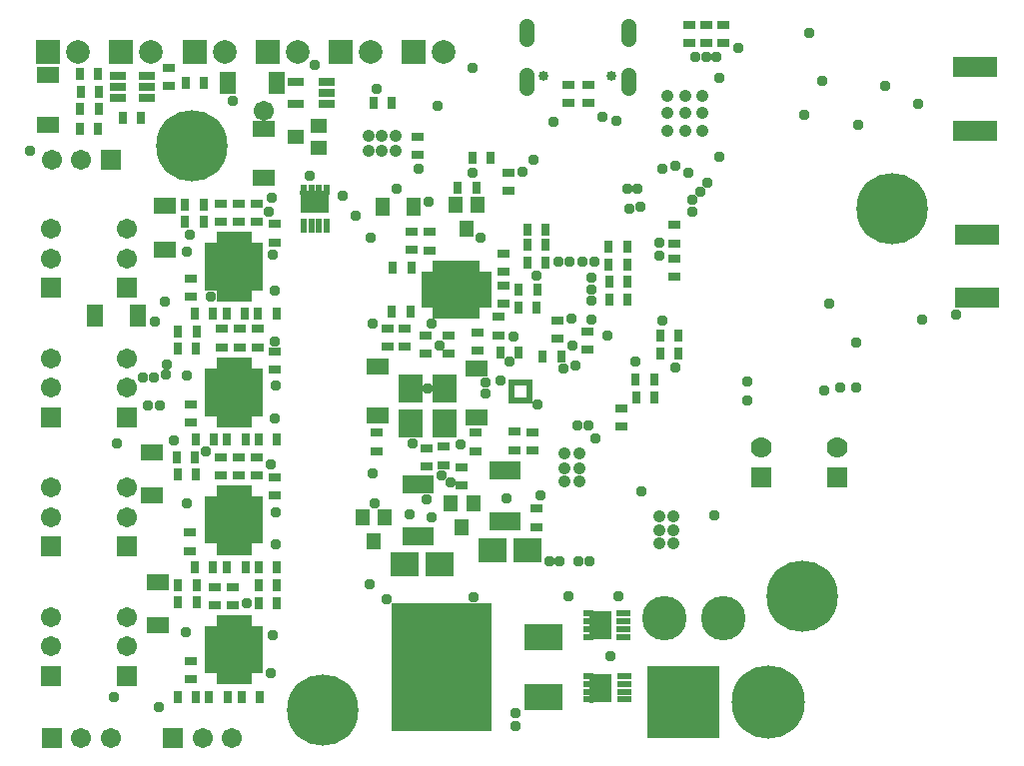
<source format=gbr>
G04 EAGLE Gerber RS-274X export*
G75*
%MOMM*%
%FSLAX34Y34*%
%LPD*%
%INSoldermask Bottom*%
%IPPOS*%
%AMOC8*
5,1,8,0,0,1.08239X$1,22.5*%
G01*
%ADD10R,3.253200X2.233200*%
%ADD11R,8.583200X10.863200*%
%ADD12R,0.553200X0.503200*%
%ADD13R,0.503200X0.553200*%
%ADD14R,1.711200X1.711200*%
%ADD15C,1.711200*%
%ADD16R,0.750000X1.100000*%
%ADD17R,2.353200X2.003200*%
%ADD18R,1.100000X0.750000*%
%ADD19R,1.300000X1.500000*%
%ADD20R,1.900000X1.400000*%
%ADD21R,1.400000X1.900000*%
%ADD22R,2.003200X2.353200*%
%ADD23R,0.503200X1.053200*%
%ADD24R,1.053200X0.503200*%
%ADD25R,3.853200X2.853200*%
%ADD26C,1.061200*%
%ADD27R,1.923200X1.323200*%
%ADD28R,1.323200X1.923200*%
%ADD29R,1.453200X0.803200*%
%ADD30R,0.653200X1.603200*%
%ADD31C,1.778200*%
%ADD32R,1.778200X1.778200*%
%ADD33R,2.003200X2.003200*%
%ADD34C,2.003200*%
%ADD35R,6.203200X6.203200*%
%ADD36C,6.203200*%
%ADD37R,0.608200X1.193200*%
%ADD38R,0.608200X0.713200*%
%ADD39R,2.438200X1.928200*%
%ADD40R,0.403200X0.453200*%
%ADD41R,1.203200X1.473200*%
%ADD42R,1.473200X1.203200*%
%ADD43R,1.193200X0.608200*%
%ADD44R,0.713200X0.608200*%
%ADD45R,1.928200X2.438200*%
%ADD46R,0.453200X0.403200*%
%ADD47R,2.853200X3.853200*%
%ADD48C,3.759200*%
%ADD49R,1.403200X0.753200*%
%ADD50R,3.703200X1.703200*%
%ADD51C,6.045200*%
%ADD52C,1.311200*%
%ADD53C,0.853200*%
%ADD54C,0.959600*%
%ADD55C,1.703200*%


D10*
X516960Y493600D03*
X516960Y442800D03*
D11*
X430800Y468200D03*
D12*
X505420Y709000D03*
X505420Y704000D03*
X505420Y699000D03*
X505420Y694000D03*
D13*
X500300Y694000D03*
X495300Y694000D03*
D12*
X490180Y694000D03*
X490180Y699000D03*
X490180Y704000D03*
X490180Y709000D03*
D13*
X495300Y709000D03*
X500300Y709000D03*
D14*
X100400Y408300D03*
D15*
X125400Y408300D03*
X150400Y408300D03*
D16*
X373050Y946400D03*
X388550Y946400D03*
X588050Y809700D03*
X572550Y809700D03*
D17*
X474350Y567300D03*
X503850Y567300D03*
D18*
X511100Y602550D03*
X511100Y587050D03*
X420900Y821550D03*
X420900Y837050D03*
D16*
X405150Y807000D03*
X389650Y807000D03*
D18*
X385000Y739750D03*
X385000Y755250D03*
X461000Y736650D03*
X461000Y752150D03*
X437000Y733550D03*
X437000Y749050D03*
X479000Y749450D03*
X479000Y764950D03*
X483000Y803350D03*
X483000Y818850D03*
X583500Y672250D03*
X583500Y687750D03*
D16*
X503250Y839300D03*
X518750Y839300D03*
X595350Y712000D03*
X610850Y712000D03*
X503250Y826300D03*
X518750Y826300D03*
X588150Y779700D03*
X572650Y779700D03*
X496150Y788300D03*
X511650Y788300D03*
X496050Y773300D03*
X511550Y773300D03*
D18*
X529300Y762050D03*
X529300Y746550D03*
D16*
X480450Y735100D03*
X495950Y735100D03*
X516650Y731700D03*
X532150Y731700D03*
X615950Y734300D03*
X631450Y734300D03*
D18*
X669600Y1012550D03*
X669600Y997050D03*
X655200Y1012550D03*
X655200Y997050D03*
X640800Y1012550D03*
X640800Y997050D03*
X487400Y887550D03*
X487400Y872050D03*
D16*
X139850Y970800D03*
X124350Y970800D03*
X139750Y924800D03*
X124250Y924800D03*
X175850Y933800D03*
X160350Y933800D03*
X214050Y963200D03*
X229550Y963200D03*
D19*
X380700Y858300D03*
X406700Y858300D03*
D18*
X554400Y736950D03*
X554400Y752450D03*
D16*
X275650Y537100D03*
X291150Y537100D03*
X503250Y811300D03*
X518750Y811300D03*
D18*
X253900Y520750D03*
X253900Y536250D03*
X218100Y473150D03*
X218100Y457650D03*
D20*
X190700Y540400D03*
X190700Y503400D03*
D16*
X207050Y443100D03*
X222550Y443100D03*
X261150Y443100D03*
X276650Y443100D03*
D18*
X273900Y630350D03*
X273900Y645850D03*
X258900Y630450D03*
X258900Y645950D03*
X217100Y582050D03*
X217100Y566550D03*
D20*
X185600Y650400D03*
X185600Y613400D03*
D16*
X588050Y824700D03*
X572550Y824700D03*
X221750Y553100D03*
X237250Y553100D03*
X275850Y553100D03*
X291350Y553100D03*
D18*
X274900Y739450D03*
X274900Y754950D03*
X259900Y739350D03*
X259900Y754850D03*
X218100Y690750D03*
X218100Y675250D03*
D21*
X136600Y766100D03*
X173600Y766100D03*
D16*
X222450Y661100D03*
X237950Y661100D03*
X275550Y661100D03*
X291050Y661100D03*
X588150Y794700D03*
X572650Y794700D03*
D18*
X273900Y845750D03*
X273900Y861250D03*
X258900Y845650D03*
X258900Y861150D03*
X218100Y797450D03*
X218100Y781950D03*
D20*
X196600Y859300D03*
X196600Y822300D03*
D16*
X221350Y768100D03*
X236850Y768100D03*
X275250Y768100D03*
X290750Y768100D03*
D22*
X404600Y674850D03*
X404600Y704350D03*
D18*
X448100Y637650D03*
X448100Y622150D03*
D17*
X399550Y555300D03*
X429050Y555300D03*
D22*
X433300Y674850D03*
X433300Y704350D03*
D23*
X460600Y768700D03*
X455600Y768700D03*
X450600Y768700D03*
X445600Y768700D03*
X440600Y768700D03*
X435600Y768700D03*
X430600Y768700D03*
X425600Y768700D03*
D24*
X418600Y775700D03*
X418600Y780700D03*
X418600Y785700D03*
X418600Y790700D03*
X418600Y795700D03*
X418600Y800700D03*
D23*
X425600Y807700D03*
X430600Y807700D03*
X435600Y807700D03*
X440600Y807700D03*
X445600Y807700D03*
X450600Y807700D03*
X455600Y807700D03*
X460600Y807700D03*
D24*
X467600Y800700D03*
X467600Y795700D03*
X467600Y790700D03*
X467600Y785700D03*
X467600Y780700D03*
X467600Y775700D03*
D25*
X443100Y788200D03*
D26*
X455100Y782200D03*
X455100Y794200D03*
X444100Y782200D03*
X444100Y794200D03*
X432100Y782200D03*
X432100Y794200D03*
D27*
X97200Y928250D03*
X97200Y969750D03*
X460200Y679950D03*
X460200Y721450D03*
X280300Y924650D03*
X280300Y883150D03*
D28*
X249350Y963800D03*
X290850Y963800D03*
D27*
X376200Y681050D03*
X376200Y722550D03*
D14*
X100000Y460700D03*
D15*
X100000Y485700D03*
X100000Y510700D03*
D14*
X164000Y460700D03*
D15*
X164000Y485700D03*
X164000Y510700D03*
D14*
X100000Y570400D03*
D15*
X100000Y595400D03*
X100000Y620400D03*
D14*
X164000Y570400D03*
D15*
X164000Y595400D03*
X164000Y620400D03*
D29*
X156300Y950400D03*
X156300Y959900D03*
X156300Y969400D03*
X181300Y969400D03*
X181300Y959900D03*
X181300Y950400D03*
D30*
X401150Y623300D03*
X407650Y623300D03*
X414150Y623300D03*
X420650Y623300D03*
X420650Y579300D03*
X414150Y579300D03*
X407650Y579300D03*
X401150Y579300D03*
X475150Y635300D03*
X481650Y635300D03*
X488150Y635300D03*
X494650Y635300D03*
X494650Y591300D03*
X488150Y591300D03*
X481650Y591300D03*
X475150Y591300D03*
D31*
X765850Y654000D03*
D32*
X765850Y629000D03*
D31*
X701850Y654000D03*
D32*
X701850Y629000D03*
D33*
X221300Y990000D03*
D34*
X246700Y990000D03*
D33*
X283300Y990000D03*
D34*
X308700Y990000D03*
D33*
X97300Y990000D03*
D34*
X122700Y990000D03*
D33*
X159300Y990000D03*
D34*
X184700Y990000D03*
D35*
X635300Y438200D03*
D36*
X707300Y438200D03*
D16*
X233850Y443000D03*
X249350Y443000D03*
X248950Y553000D03*
X264450Y553000D03*
X249050Y661000D03*
X264550Y661000D03*
X248350Y768000D03*
X263850Y768000D03*
D18*
X483000Y776250D03*
X483000Y791750D03*
D16*
X631650Y749000D03*
X616150Y749000D03*
D18*
X200000Y960550D03*
X200000Y976050D03*
D14*
X150500Y898000D03*
D15*
X125500Y898000D03*
X100500Y898000D03*
D37*
X333520Y842550D03*
X326920Y842550D03*
X320320Y842550D03*
X313720Y842550D03*
D38*
X313720Y873650D03*
X320320Y873650D03*
X326920Y873650D03*
X333520Y873650D03*
D39*
X323620Y862480D03*
D40*
X312640Y869850D03*
X334560Y869850D03*
D41*
X448100Y586900D03*
X457600Y606900D03*
X438600Y606900D03*
X373400Y575100D03*
X382900Y595100D03*
X363900Y595100D03*
X452100Y839900D03*
X461600Y859900D03*
X442600Y859900D03*
D42*
X306900Y917600D03*
X326900Y908100D03*
X326900Y927100D03*
D43*
X585350Y460520D03*
X585350Y453920D03*
X585350Y447320D03*
X585350Y440720D03*
D44*
X554250Y440720D03*
X554250Y447320D03*
X554250Y453920D03*
X554250Y460520D03*
D45*
X565420Y450620D03*
D46*
X558050Y439640D03*
X558050Y461560D03*
D43*
X585250Y513520D03*
X585250Y506920D03*
X585250Y500320D03*
X585250Y493720D03*
D44*
X554150Y493720D03*
X554150Y500320D03*
X554150Y506920D03*
X554150Y513520D03*
D45*
X565320Y503620D03*
D46*
X557950Y492640D03*
X557950Y514560D03*
D16*
X140350Y955600D03*
X124850Y955600D03*
X456650Y899900D03*
X472150Y899900D03*
X139950Y941100D03*
X124450Y941100D03*
X611050Y697100D03*
X595550Y697100D03*
D18*
X410400Y917850D03*
X410400Y902350D03*
X238900Y536150D03*
X238900Y520650D03*
D16*
X291450Y522600D03*
X275950Y522600D03*
X223050Y522800D03*
X207550Y522800D03*
X207550Y537800D03*
X223050Y537800D03*
D18*
X243900Y645750D03*
X243900Y630250D03*
X289400Y629150D03*
X289400Y613650D03*
D16*
X222450Y631600D03*
X206950Y631600D03*
X206150Y645900D03*
X221650Y645900D03*
D18*
X244900Y754950D03*
X244900Y739450D03*
X289400Y735550D03*
X289400Y720050D03*
D16*
X222850Y738600D03*
X207350Y738600D03*
X207550Y752900D03*
X223050Y752900D03*
D18*
X243800Y861150D03*
X243800Y845650D03*
X289400Y843750D03*
X289400Y828250D03*
D16*
X228850Y845600D03*
X213350Y845600D03*
X213350Y860100D03*
X228850Y860100D03*
D18*
X538100Y946050D03*
X538100Y961550D03*
X375800Y666850D03*
X375800Y651350D03*
X417800Y653750D03*
X417800Y638250D03*
X432600Y639450D03*
X432600Y654950D03*
X459800Y666650D03*
X459800Y651150D03*
X492800Y667550D03*
X492800Y652050D03*
X507600Y651550D03*
X507600Y667050D03*
D16*
X388850Y769400D03*
X404350Y769400D03*
D18*
X405400Y837250D03*
X405400Y821750D03*
X417400Y749350D03*
X417400Y733850D03*
X399800Y755050D03*
X399800Y739550D03*
X555100Y946150D03*
X555100Y961650D03*
D16*
X460150Y874200D03*
X444650Y874200D03*
D26*
X368900Y906100D03*
X368900Y918100D03*
X379900Y906100D03*
X379900Y918100D03*
X391900Y906100D03*
X391900Y918100D03*
X627600Y572900D03*
X615600Y572900D03*
X627600Y583900D03*
X615600Y583900D03*
X627600Y595900D03*
X615600Y595900D03*
X547300Y625900D03*
X535300Y625900D03*
X547300Y636900D03*
X535300Y636900D03*
X547300Y648900D03*
X535300Y648900D03*
D24*
X235500Y465400D03*
X235500Y470400D03*
X235500Y475400D03*
X235500Y480400D03*
X235500Y485400D03*
X235500Y490400D03*
X235500Y495400D03*
X235500Y500400D03*
D23*
X242500Y507400D03*
X247500Y507400D03*
X252500Y507400D03*
X257500Y507400D03*
X262500Y507400D03*
X267500Y507400D03*
D24*
X274500Y500400D03*
X274500Y495400D03*
X274500Y490400D03*
X274500Y485400D03*
X274500Y480400D03*
X274500Y475400D03*
X274500Y470400D03*
X274500Y465400D03*
D23*
X267500Y458400D03*
X262500Y458400D03*
X257500Y458400D03*
X252500Y458400D03*
X247500Y458400D03*
X242500Y458400D03*
D47*
X255000Y482900D03*
D26*
X249000Y470900D03*
X261000Y470900D03*
X249000Y481900D03*
X261000Y481900D03*
X249000Y493900D03*
X261000Y493900D03*
D24*
X235500Y575400D03*
X235500Y580400D03*
X235500Y585400D03*
X235500Y590400D03*
X235500Y595400D03*
X235500Y600400D03*
X235500Y605400D03*
X235500Y610400D03*
D23*
X242500Y617400D03*
X247500Y617400D03*
X252500Y617400D03*
X257500Y617400D03*
X262500Y617400D03*
X267500Y617400D03*
D24*
X274500Y610400D03*
X274500Y605400D03*
X274500Y600400D03*
X274500Y595400D03*
X274500Y590400D03*
X274500Y585400D03*
X274500Y580400D03*
X274500Y575400D03*
D23*
X267500Y568400D03*
X262500Y568400D03*
X257500Y568400D03*
X252500Y568400D03*
X247500Y568400D03*
X242500Y568400D03*
D47*
X255000Y592900D03*
D26*
X249000Y580900D03*
X261000Y580900D03*
X249000Y591900D03*
X261000Y591900D03*
X249000Y603900D03*
X261000Y603900D03*
D24*
X235500Y683400D03*
X235500Y688400D03*
X235500Y693400D03*
X235500Y698400D03*
X235500Y703400D03*
X235500Y708400D03*
X235500Y713400D03*
X235500Y718400D03*
D23*
X242500Y725400D03*
X247500Y725400D03*
X252500Y725400D03*
X257500Y725400D03*
X262500Y725400D03*
X267500Y725400D03*
D24*
X274500Y718400D03*
X274500Y713400D03*
X274500Y708400D03*
X274500Y703400D03*
X274500Y698400D03*
X274500Y693400D03*
X274500Y688400D03*
X274500Y683400D03*
D23*
X267500Y676400D03*
X262500Y676400D03*
X257500Y676400D03*
X252500Y676400D03*
X247500Y676400D03*
X242500Y676400D03*
D47*
X255000Y700900D03*
D26*
X249000Y688900D03*
X261000Y688900D03*
X249000Y699900D03*
X261000Y699900D03*
X249000Y711900D03*
X261000Y711900D03*
D24*
X235500Y790200D03*
X235500Y795200D03*
X235500Y800200D03*
X235500Y805200D03*
X235500Y810200D03*
X235500Y815200D03*
X235500Y820200D03*
X235500Y825200D03*
D23*
X242500Y832200D03*
X247500Y832200D03*
X252500Y832200D03*
X257500Y832200D03*
X262500Y832200D03*
X267500Y832200D03*
D24*
X274500Y825200D03*
X274500Y820200D03*
X274500Y815200D03*
X274500Y810200D03*
X274500Y805200D03*
X274500Y800200D03*
X274500Y795200D03*
X274500Y790200D03*
D23*
X267500Y783200D03*
X262500Y783200D03*
X257500Y783200D03*
X252500Y783200D03*
X247500Y783200D03*
X242500Y783200D03*
D47*
X255000Y807700D03*
D26*
X249000Y795700D03*
X261000Y795700D03*
X249000Y806700D03*
X261000Y806700D03*
X249000Y818700D03*
X261000Y818700D03*
D14*
X203300Y408300D03*
D15*
X228300Y408300D03*
X253300Y408300D03*
D26*
X652100Y952600D03*
X652100Y937600D03*
X652100Y922600D03*
X637100Y922600D03*
X637100Y937600D03*
X637100Y952600D03*
X622100Y952600D03*
X622100Y937600D03*
X622100Y922600D03*
D14*
X100000Y680100D03*
D15*
X100000Y705100D03*
X100000Y730100D03*
D14*
X164000Y680100D03*
D15*
X164000Y705100D03*
X164000Y730100D03*
D14*
X100000Y789800D03*
D15*
X100000Y814800D03*
X100000Y839800D03*
D14*
X164000Y789800D03*
D15*
X164000Y814800D03*
X164000Y839800D03*
D48*
X619600Y509600D03*
X669600Y509600D03*
D49*
X333100Y964400D03*
X333100Y954900D03*
X333100Y945400D03*
X307100Y945400D03*
X307100Y964400D03*
D50*
X883000Y923000D03*
X883000Y977000D03*
X885000Y781000D03*
X885000Y835000D03*
D33*
X407300Y990000D03*
D34*
X432700Y990000D03*
D33*
X345300Y990000D03*
D34*
X370700Y990000D03*
D51*
X736000Y528000D03*
X813000Y857000D03*
X330000Y432000D03*
X219000Y910000D03*
D18*
X628000Y814750D03*
X628000Y799250D03*
X628000Y827250D03*
X628000Y842750D03*
D52*
X589200Y1000560D02*
X589200Y1011640D01*
X502800Y1011640D02*
X502800Y1000560D01*
X502800Y969840D02*
X502800Y958760D01*
X589200Y958760D02*
X589200Y969840D01*
D53*
X517100Y969300D03*
X574900Y969300D03*
D54*
X464000Y832000D03*
X738000Y936000D03*
X784000Y928000D03*
X753000Y965000D03*
X867000Y767000D03*
X838000Y763000D03*
X759000Y776000D03*
X595000Y727000D03*
X468000Y700000D03*
X538000Y528000D03*
X769000Y705000D03*
X755000Y703000D03*
X422000Y595000D03*
X287000Y866000D03*
X319000Y885000D03*
X515000Y614000D03*
X419000Y704000D03*
X447000Y657000D03*
X231000Y651000D03*
X581000Y528000D03*
X485400Y610800D03*
X488000Y727000D03*
X217000Y834500D03*
X371000Y832000D03*
X429000Y741000D03*
X235200Y782000D03*
X666000Y901000D03*
X512000Y691000D03*
X534000Y721000D03*
X530000Y812000D03*
X541000Y764000D03*
X550000Y812000D03*
X457000Y887000D03*
X526000Y930000D03*
X567000Y935000D03*
D55*
X280000Y940000D03*
D54*
X376000Y958000D03*
X358000Y851000D03*
X374000Y607000D03*
X492000Y748000D03*
X404000Y598000D03*
X438000Y625000D03*
X481000Y711000D03*
X198000Y725000D03*
X615000Y828000D03*
X615000Y817000D03*
X618000Y762000D03*
X571600Y749400D03*
X558000Y779000D03*
X556000Y558000D03*
X629000Y893000D03*
X531000Y558000D03*
X640000Y887000D03*
X522000Y558000D03*
X370000Y538000D03*
X82000Y906000D03*
X597000Y874000D03*
X590000Y857000D03*
X547000Y558000D03*
X618000Y891000D03*
X655000Y985000D03*
X646000Y985000D03*
X807000Y961000D03*
X835000Y946000D03*
X599000Y858000D03*
X588000Y874000D03*
X290000Y572000D03*
X289000Y679000D03*
X289000Y787000D03*
X286000Y463000D03*
X427000Y944000D03*
X393000Y873500D03*
X411000Y891000D03*
X662000Y597000D03*
X600000Y617000D03*
X266000Y522000D03*
X214000Y498000D03*
X286000Y640000D03*
X215000Y607000D03*
X289000Y744000D03*
X215000Y715000D03*
X284000Y854000D03*
X215000Y820000D03*
X178000Y714000D03*
X182000Y690000D03*
X187000Y714000D03*
X192000Y690000D03*
X197000Y716000D03*
X656000Y879000D03*
X650000Y871000D03*
X643000Y864000D03*
X643000Y854000D03*
X742000Y1006000D03*
X493000Y429000D03*
X493000Y418000D03*
X509000Y898000D03*
X254000Y948000D03*
X372000Y759000D03*
X422000Y759000D03*
X372000Y632000D03*
X574000Y477000D03*
X558000Y788000D03*
X690000Y694000D03*
X288000Y495000D03*
X290000Y599000D03*
X290000Y707000D03*
X288000Y818000D03*
X558000Y798000D03*
X347000Y868000D03*
X196000Y778000D03*
X188000Y761000D03*
X156000Y658000D03*
X204000Y660000D03*
X191000Y434000D03*
X153000Y443000D03*
X690000Y710000D03*
X555000Y673000D03*
X546000Y673000D03*
X561000Y662000D03*
X323000Y979000D03*
X457000Y976000D03*
X682000Y993000D03*
X539000Y812000D03*
X560000Y812000D03*
X511000Y800000D03*
X542000Y741000D03*
X558000Y762700D03*
X499000Y888000D03*
X664000Y985000D03*
X544000Y724000D03*
X579000Y931000D03*
X666000Y968000D03*
X468000Y709000D03*
X384000Y526000D03*
X458000Y527000D03*
X782000Y743000D03*
X782000Y705000D03*
X629000Y722000D03*
X431000Y631000D03*
X418000Y610000D03*
X406000Y658000D03*
X420000Y862500D03*
M02*

</source>
